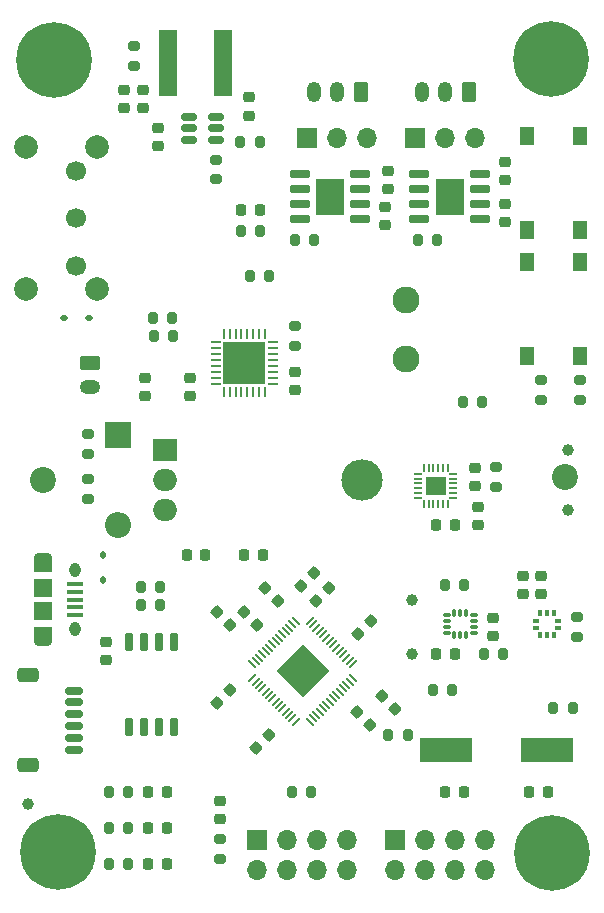
<source format=gbr>
%TF.GenerationSoftware,KiCad,Pcbnew,7.0.2-0*%
%TF.CreationDate,2023-07-08T17:29:12+12:00*%
%TF.ProjectId,RpiFly v3,52706946-6c79-4207-9633-2e6b69636164,rev?*%
%TF.SameCoordinates,PX753dac0PY7a91ee0*%
%TF.FileFunction,Soldermask,Top*%
%TF.FilePolarity,Negative*%
%FSLAX46Y46*%
G04 Gerber Fmt 4.6, Leading zero omitted, Abs format (unit mm)*
G04 Created by KiCad (PCBNEW 7.0.2-0) date 2023-07-08 17:29:12*
%MOMM*%
%LPD*%
G01*
G04 APERTURE LIST*
G04 Aperture macros list*
%AMRoundRect*
0 Rectangle with rounded corners*
0 $1 Rounding radius*
0 $2 $3 $4 $5 $6 $7 $8 $9 X,Y pos of 4 corners*
0 Add a 4 corners polygon primitive as box body*
4,1,4,$2,$3,$4,$5,$6,$7,$8,$9,$2,$3,0*
0 Add four circle primitives for the rounded corners*
1,1,$1+$1,$2,$3*
1,1,$1+$1,$4,$5*
1,1,$1+$1,$6,$7*
1,1,$1+$1,$8,$9*
0 Add four rect primitives between the rounded corners*
20,1,$1+$1,$2,$3,$4,$5,0*
20,1,$1+$1,$4,$5,$6,$7,0*
20,1,$1+$1,$6,$7,$8,$9,0*
20,1,$1+$1,$8,$9,$2,$3,0*%
%AMRotRect*
0 Rectangle, with rotation*
0 The origin of the aperture is its center*
0 $1 length*
0 $2 width*
0 $3 Rotation angle, in degrees counterclockwise*
0 Add horizontal line*
21,1,$1,$2,0,0,$3*%
%AMFreePoly0*
4,1,14,0.266715,0.088284,0.363284,-0.008285,0.375000,-0.036569,0.375000,-0.060000,0.363284,-0.088284,0.335000,-0.100000,-0.335000,-0.100000,-0.363284,-0.088284,-0.375000,-0.060000,-0.375000,0.060000,-0.363284,0.088284,-0.335000,0.100000,0.238431,0.100000,0.266715,0.088284,0.266715,0.088284,$1*%
%AMFreePoly1*
4,1,14,0.363284,0.088284,0.375000,0.060000,0.375000,0.036569,0.363284,0.008285,0.266715,-0.088284,0.238431,-0.100000,-0.335000,-0.100000,-0.363284,-0.088284,-0.375000,-0.060000,-0.375000,0.060000,-0.363284,0.088284,-0.335000,0.100000,0.335000,0.100000,0.363284,0.088284,0.363284,0.088284,$1*%
%AMFreePoly2*
4,1,14,0.088284,0.363284,0.100000,0.335000,0.100000,-0.335000,0.088284,-0.363284,0.060000,-0.375000,-0.060000,-0.375000,-0.088284,-0.363284,-0.100000,-0.335000,-0.100000,0.238431,-0.088284,0.266715,0.008285,0.363284,0.036569,0.375000,0.060000,0.375000,0.088284,0.363284,0.088284,0.363284,$1*%
%AMFreePoly3*
4,1,14,-0.008285,0.363284,0.088284,0.266715,0.100000,0.238431,0.100000,-0.335000,0.088284,-0.363284,0.060000,-0.375000,-0.060000,-0.375000,-0.088284,-0.363284,-0.100000,-0.335000,-0.100000,0.335000,-0.088284,0.363284,-0.060000,0.375000,-0.036569,0.375000,-0.008285,0.363284,-0.008285,0.363284,$1*%
%AMFreePoly4*
4,1,14,0.363284,0.088284,0.375000,0.060000,0.375000,-0.060000,0.363284,-0.088284,0.335000,-0.100000,-0.238431,-0.100000,-0.266715,-0.088284,-0.363284,0.008285,-0.375000,0.036569,-0.375000,0.060000,-0.363284,0.088284,-0.335000,0.100000,0.335000,0.100000,0.363284,0.088284,0.363284,0.088284,$1*%
%AMFreePoly5*
4,1,14,0.363284,0.088284,0.375000,0.060000,0.375000,-0.060000,0.363284,-0.088284,0.335000,-0.100000,-0.335000,-0.100000,-0.363284,-0.088284,-0.375000,-0.060000,-0.375000,-0.036569,-0.363284,-0.008285,-0.266715,0.088284,-0.238431,0.100000,0.335000,0.100000,0.363284,0.088284,0.363284,0.088284,$1*%
%AMFreePoly6*
4,1,14,0.088284,0.363284,0.100000,0.335000,0.100000,-0.238431,0.088284,-0.266715,-0.008285,-0.363284,-0.036569,-0.375000,-0.060000,-0.375000,-0.088284,-0.363284,-0.100000,-0.335000,-0.100000,0.335000,-0.088284,0.363284,-0.060000,0.375000,0.060000,0.375000,0.088284,0.363284,0.088284,0.363284,$1*%
%AMFreePoly7*
4,1,14,0.088284,0.363284,0.100000,0.335000,0.100000,-0.335000,0.088284,-0.363284,0.060000,-0.375000,0.036569,-0.375000,0.008285,-0.363284,-0.088284,-0.266715,-0.100000,-0.238431,-0.100000,0.335000,-0.088284,0.363284,-0.060000,0.375000,0.060000,0.375000,0.088284,0.363284,0.088284,0.363284,$1*%
G04 Aperture macros list end*
%ADD10R,2.400000X3.100000*%
%ADD11RoundRect,0.150000X0.737500X0.150000X-0.737500X0.150000X-0.737500X-0.150000X0.737500X-0.150000X0*%
%ADD12C,2.200000*%
%ADD13C,2.286000*%
%ADD14RoundRect,0.200000X0.200000X0.275000X-0.200000X0.275000X-0.200000X-0.275000X0.200000X-0.275000X0*%
%ADD15RoundRect,0.225000X-0.250000X0.225000X-0.250000X-0.225000X0.250000X-0.225000X0.250000X0.225000X0*%
%ADD16C,1.000000*%
%ADD17RoundRect,0.200000X-0.275000X0.200000X-0.275000X-0.200000X0.275000X-0.200000X0.275000X0.200000X0*%
%ADD18RoundRect,0.062500X0.062500X-0.375000X0.062500X0.375000X-0.062500X0.375000X-0.062500X-0.375000X0*%
%ADD19RoundRect,0.062500X0.375000X-0.062500X0.375000X0.062500X-0.375000X0.062500X-0.375000X-0.062500X0*%
%ADD20R,3.600000X3.600000*%
%ADD21RoundRect,0.200000X-0.200000X-0.275000X0.200000X-0.275000X0.200000X0.275000X-0.200000X0.275000X0*%
%ADD22C,0.800000*%
%ADD23C,6.400000*%
%ADD24RoundRect,0.150000X-0.512500X-0.150000X0.512500X-0.150000X0.512500X0.150000X-0.512500X0.150000X0*%
%ADD25RoundRect,0.225000X-0.335876X-0.017678X-0.017678X-0.335876X0.335876X0.017678X0.017678X0.335876X0*%
%ADD26R,1.700000X1.700000*%
%ADD27O,1.700000X1.700000*%
%ADD28RoundRect,0.250000X0.350000X0.625000X-0.350000X0.625000X-0.350000X-0.625000X0.350000X-0.625000X0*%
%ADD29O,1.200000X1.750000*%
%ADD30RoundRect,0.225000X0.250000X-0.225000X0.250000X0.225000X-0.250000X0.225000X-0.250000X-0.225000X0*%
%ADD31R,1.300000X1.550000*%
%ADD32RoundRect,0.218750X-0.218750X-0.256250X0.218750X-0.256250X0.218750X0.256250X-0.218750X0.256250X0*%
%ADD33O,1.750000X1.200000*%
%ADD34RoundRect,0.250000X-0.625000X0.350000X-0.625000X-0.350000X0.625000X-0.350000X0.625000X0.350000X0*%
%ADD35RoundRect,0.225000X-0.225000X-0.250000X0.225000X-0.250000X0.225000X0.250000X-0.225000X0.250000X0*%
%ADD36RoundRect,0.225000X0.335876X0.017678X0.017678X0.335876X-0.335876X-0.017678X-0.017678X-0.335876X0*%
%ADD37R,4.500000X2.000000*%
%ADD38C,2.000000*%
%ADD39C,1.700000*%
%ADD40RoundRect,0.112500X-0.112500X0.187500X-0.112500X-0.187500X0.112500X-0.187500X0.112500X0.187500X0*%
%ADD41RoundRect,0.225000X-0.017678X0.335876X-0.335876X0.017678X0.017678X-0.335876X0.335876X-0.017678X0*%
%ADD42RoundRect,0.225000X0.225000X0.250000X-0.225000X0.250000X-0.225000X-0.250000X0.225000X-0.250000X0*%
%ADD43RoundRect,0.100000X-0.175000X-0.100000X0.175000X-0.100000X0.175000X0.100000X-0.175000X0.100000X0*%
%ADD44RoundRect,0.100000X-0.100000X-0.175000X0.100000X-0.175000X0.100000X0.175000X-0.100000X0.175000X0*%
%ADD45R,1.350000X0.400000*%
%ADD46O,1.550000X0.890000*%
%ADD47R,1.550000X1.200000*%
%ADD48O,0.950000X1.250000*%
%ADD49R,1.550000X1.500000*%
%ADD50RoundRect,0.150000X0.150000X-0.650000X0.150000X0.650000X-0.150000X0.650000X-0.150000X-0.650000X0*%
%ADD51RoundRect,0.050000X-0.238649X-0.309359X0.309359X0.238649X0.238649X0.309359X-0.309359X-0.238649X0*%
%ADD52RoundRect,0.050000X0.238649X-0.309359X0.309359X-0.238649X-0.238649X0.309359X-0.309359X0.238649X0*%
%ADD53RotRect,3.200000X3.200000X45.000000*%
%ADD54O,3.500000X3.500000*%
%ADD55R,2.000000X1.905000*%
%ADD56O,2.000000X1.905000*%
%ADD57RoundRect,0.225000X0.017678X-0.335876X0.335876X-0.017678X-0.017678X0.335876X-0.335876X0.017678X0*%
%ADD58RoundRect,0.200000X0.275000X-0.200000X0.275000X0.200000X-0.275000X0.200000X-0.275000X-0.200000X0*%
%ADD59FreePoly0,0.000000*%
%ADD60RoundRect,0.050000X-0.325000X-0.050000X0.325000X-0.050000X0.325000X0.050000X-0.325000X0.050000X0*%
%ADD61FreePoly1,0.000000*%
%ADD62FreePoly2,0.000000*%
%ADD63RoundRect,0.050000X-0.050000X-0.325000X0.050000X-0.325000X0.050000X0.325000X-0.050000X0.325000X0*%
%ADD64FreePoly3,0.000000*%
%ADD65FreePoly4,0.000000*%
%ADD66FreePoly5,0.000000*%
%ADD67FreePoly6,0.000000*%
%ADD68FreePoly7,0.000000*%
%ADD69R,1.750000X1.600000*%
%ADD70RoundRect,0.150000X-0.625000X0.150000X-0.625000X-0.150000X0.625000X-0.150000X0.625000X0.150000X0*%
%ADD71RoundRect,0.250000X-0.650000X0.350000X-0.650000X-0.350000X0.650000X-0.350000X0.650000X0.350000X0*%
%ADD72RoundRect,0.112500X-0.187500X-0.112500X0.187500X-0.112500X0.187500X0.112500X-0.187500X0.112500X0*%
%ADD73RoundRect,0.087500X-0.225000X-0.087500X0.225000X-0.087500X0.225000X0.087500X-0.225000X0.087500X0*%
%ADD74RoundRect,0.087500X-0.087500X-0.225000X0.087500X-0.225000X0.087500X0.225000X-0.087500X0.225000X0*%
%ADD75R,2.200000X2.200000*%
%ADD76O,2.200000X2.200000*%
%ADD77R,1.600000X5.700000*%
G04 APERTURE END LIST*
D10*
%TO.C,U5*%
X27066000Y59563000D03*
D11*
X29628500Y57658000D03*
X29628500Y58928000D03*
X29628500Y60198000D03*
X29628500Y61468000D03*
X24503500Y61468000D03*
X24503500Y60198000D03*
X24503500Y58928000D03*
X24503500Y57658000D03*
%TD*%
D10*
%TO.C,U6*%
X37196000Y59563000D03*
D11*
X39758500Y57658000D03*
X39758500Y58928000D03*
X39758500Y60198000D03*
X39758500Y61468000D03*
X34633500Y61468000D03*
X34633500Y60198000D03*
X34633500Y58928000D03*
X34633500Y57658000D03*
%TD*%
D12*
%TO.C,H6*%
X2794000Y35560000D03*
%TD*%
%TO.C,H5*%
X46990000Y35814000D03*
%TD*%
D13*
%TO.C,BZ1*%
X33528000Y50800000D03*
X33528000Y45800000D03*
%TD*%
D14*
%TO.C,R6*%
X37401000Y17780000D03*
X35751000Y17780000D03*
%TD*%
D15*
%TO.C,C26*%
X15240000Y44209000D03*
X15240000Y42659000D03*
%TD*%
D16*
%TO.C,TP3*%
X47244000Y33020000D03*
%TD*%
D17*
%TO.C,R19*%
X6604000Y39433000D03*
X6604000Y37783000D03*
%TD*%
D18*
%TO.C,U7*%
X18062000Y43028500D03*
X18562000Y43028500D03*
X19062000Y43028500D03*
X19562000Y43028500D03*
X20062000Y43028500D03*
X20562000Y43028500D03*
X21062000Y43028500D03*
X21562000Y43028500D03*
D19*
X22249500Y43716000D03*
X22249500Y44216000D03*
X22249500Y44716000D03*
X22249500Y45216000D03*
X22249500Y45716000D03*
X22249500Y46216000D03*
X22249500Y46716000D03*
X22249500Y47216000D03*
D18*
X21562000Y47903500D03*
X21062000Y47903500D03*
X20562000Y47903500D03*
X20062000Y47903500D03*
X19562000Y47903500D03*
X19062000Y47903500D03*
X18562000Y47903500D03*
X18062000Y47903500D03*
D19*
X17374500Y47216000D03*
X17374500Y46716000D03*
X17374500Y46216000D03*
X17374500Y45716000D03*
X17374500Y45216000D03*
X17374500Y44716000D03*
X17374500Y44216000D03*
X17374500Y43716000D03*
D20*
X19812000Y45466000D03*
%TD*%
D21*
%TO.C,R4*%
X11036800Y26517600D03*
X12686800Y26517600D03*
%TD*%
D22*
%TO.C,H2*%
X43400944Y71200944D03*
X44103888Y72898000D03*
X44103888Y69503888D03*
X45800944Y73600944D03*
D23*
X45800944Y71200944D03*
D22*
X45800944Y68800944D03*
X47498000Y72898000D03*
X47498000Y69503888D03*
X48200944Y71200944D03*
%TD*%
D24*
%TO.C,U3*%
X15131700Y66294000D03*
X15131700Y65344000D03*
X15131700Y64394000D03*
X17406700Y64394000D03*
X17406700Y65344000D03*
X17406700Y66294000D03*
%TD*%
D25*
%TO.C,C3*%
X30469208Y14844392D03*
X29373192Y15940408D03*
%TD*%
D26*
%TO.C,J4*%
X25146000Y64516000D03*
D27*
X27686000Y64516000D03*
X30226000Y64516000D03*
%TD*%
D28*
%TO.C,J6*%
X29686000Y68416000D03*
D29*
X27686000Y68416000D03*
X25686000Y68416000D03*
%TD*%
D16*
%TO.C,TP2*%
X34036000Y25400000D03*
%TD*%
D30*
%TO.C,C14*%
X20167600Y66408000D03*
X20167600Y67958000D03*
%TD*%
D17*
%TO.C,R27*%
X24130000Y48577000D03*
X24130000Y46927000D03*
%TD*%
D31*
%TO.C,S2*%
X43724000Y46063000D03*
X43724000Y54013000D03*
X48224000Y46063000D03*
X48224000Y54013000D03*
%TD*%
D15*
%TO.C,C29*%
X43434000Y27445000D03*
X43434000Y25895000D03*
%TD*%
D28*
%TO.C,J5*%
X38830000Y68416000D03*
D29*
X36830000Y68416000D03*
X34830000Y68416000D03*
%TD*%
D32*
%TO.C,D2*%
X11658500Y9144000D03*
X13233500Y9144000D03*
%TD*%
D33*
%TO.C,J2*%
X6768000Y43450000D03*
D34*
X6768000Y45450000D03*
%TD*%
D35*
%TO.C,C30*%
X36055000Y20828000D03*
X37605000Y20828000D03*
%TD*%
D21*
%TO.C,R22*%
X20257000Y52832000D03*
X21907000Y52832000D03*
%TD*%
D35*
%TO.C,C18*%
X19799000Y29210000D03*
X21349000Y29210000D03*
%TD*%
D14*
%TO.C,R10*%
X9969000Y6096000D03*
X8319000Y6096000D03*
%TD*%
D36*
%TO.C,C6*%
X20868008Y23327992D03*
X19771992Y24424008D03*
%TD*%
D26*
%TO.C,J3*%
X34290000Y64516000D03*
D27*
X36830000Y64516000D03*
X39370000Y64516000D03*
%TD*%
D21*
%TO.C,R17*%
X19495000Y56642000D03*
X21145000Y56642000D03*
%TD*%
D37*
%TO.C,Y1*%
X45398000Y12700000D03*
X36898000Y12700000D03*
%TD*%
D38*
%TO.C,S1*%
X7338000Y63722000D03*
X1338000Y63722000D03*
X7338000Y51722000D03*
X1338000Y51722000D03*
D39*
X5588000Y61722000D03*
X5588000Y57722000D03*
X5588000Y53722000D03*
%TD*%
D40*
%TO.C,D5*%
X7874000Y29244000D03*
X7874000Y27144000D03*
%TD*%
D15*
%TO.C,C16*%
X11201400Y68618400D03*
X11201400Y67068400D03*
%TD*%
%TO.C,C28*%
X24130000Y44717000D03*
X24130000Y43167000D03*
%TD*%
D41*
%TO.C,C5*%
X18582008Y17820008D03*
X17485992Y16723992D03*
%TD*%
D14*
%TO.C,R23*%
X36131000Y55880000D03*
X34481000Y55880000D03*
%TD*%
D35*
%TO.C,C33*%
X36055000Y31750000D03*
X37605000Y31750000D03*
%TD*%
D42*
%TO.C,C11*%
X38367000Y9144000D03*
X36817000Y9144000D03*
%TD*%
D36*
%TO.C,C9*%
X18582008Y23327992D03*
X17485992Y24424008D03*
%TD*%
D14*
%TO.C,R21*%
X25717000Y55880000D03*
X24067000Y55880000D03*
%TD*%
D43*
%TO.C,U8*%
X44541000Y23668000D03*
X44541000Y23068000D03*
D44*
X44866000Y22443000D03*
X45466000Y22443000D03*
X46066000Y22443000D03*
D43*
X46391000Y23068000D03*
X46391000Y23668000D03*
D44*
X46066000Y24293000D03*
X45466000Y24293000D03*
X44866000Y24293000D03*
%TD*%
D14*
%TO.C,R13*%
X47624000Y16256000D03*
X45974000Y16256000D03*
%TD*%
%TO.C,R12*%
X13779000Y47752000D03*
X12129000Y47752000D03*
%TD*%
D45*
%TO.C,J1*%
X5464000Y26740000D03*
X5464000Y26090000D03*
X5464000Y25440000D03*
X5464000Y24790000D03*
X5464000Y24140000D03*
D46*
X2764000Y28940000D03*
D47*
X2764000Y28340000D03*
D48*
X5464000Y27940000D03*
D49*
X2764000Y26440000D03*
X2764000Y24440000D03*
D48*
X5464000Y22940000D03*
D47*
X2764000Y22540000D03*
D46*
X2764000Y21940000D03*
%TD*%
D14*
%TO.C,R15*%
X21094200Y64185800D03*
X19444200Y64185800D03*
%TD*%
D35*
%TO.C,C19*%
X14960000Y29210000D03*
X16510000Y29210000D03*
%TD*%
D25*
%TO.C,C2*%
X31455992Y17312008D03*
X32552008Y16215992D03*
%TD*%
D50*
%TO.C,U2*%
X10033000Y14688000D03*
X11303000Y14688000D03*
X12573000Y14688000D03*
X13843000Y14688000D03*
X13843000Y21888000D03*
X12573000Y21888000D03*
X11303000Y21888000D03*
X10033000Y21888000D03*
%TD*%
D51*
%TO.C,U1*%
X20477513Y18770969D03*
X20760356Y18488126D03*
X21043198Y18205284D03*
X21326041Y17922441D03*
X21608884Y17639598D03*
X21891726Y17356756D03*
X22174569Y17073913D03*
X22457412Y16791070D03*
X22740255Y16508227D03*
X23023097Y16225385D03*
X23305940Y15942542D03*
X23588783Y15659699D03*
X23871625Y15376857D03*
X24154468Y15094014D03*
D52*
X25338872Y15094014D03*
X25621715Y15376857D03*
X25904557Y15659699D03*
X26187400Y15942542D03*
X26470243Y16225385D03*
X26753085Y16508227D03*
X27035928Y16791070D03*
X27318771Y17073913D03*
X27601614Y17356756D03*
X27884456Y17639598D03*
X28167299Y17922441D03*
X28450142Y18205284D03*
X28732984Y18488126D03*
X29015827Y18770969D03*
D51*
X29015827Y19955373D03*
X28732984Y20238216D03*
X28450142Y20521058D03*
X28167299Y20803901D03*
X27884456Y21086744D03*
X27601614Y21369586D03*
X27318771Y21652429D03*
X27035928Y21935272D03*
X26753085Y22218115D03*
X26470243Y22500957D03*
X26187400Y22783800D03*
X25904557Y23066643D03*
X25621715Y23349485D03*
X25338872Y23632328D03*
D52*
X24154468Y23632328D03*
X23871625Y23349485D03*
X23588783Y23066643D03*
X23305940Y22783800D03*
X23023097Y22500957D03*
X22740255Y22218115D03*
X22457412Y21935272D03*
X22174569Y21652429D03*
X21891726Y21369586D03*
X21608884Y21086744D03*
X21326041Y20803901D03*
X21043198Y20521058D03*
X20760356Y20238216D03*
X20477513Y19955373D03*
D53*
X24746670Y19363171D03*
%TD*%
D14*
%TO.C,R18*%
X25463000Y9144000D03*
X23813000Y9144000D03*
%TD*%
D54*
%TO.C,U4*%
X29782000Y35560000D03*
D55*
X13122000Y38100000D03*
D56*
X13122000Y35560000D03*
X13122000Y33020000D03*
%TD*%
D57*
%TO.C,C10*%
X24597992Y26629992D03*
X25694008Y27726008D03*
%TD*%
D14*
%TO.C,R1*%
X33641800Y13970000D03*
X31991800Y13970000D03*
%TD*%
%TO.C,R11*%
X9969000Y3048000D03*
X8319000Y3048000D03*
%TD*%
D15*
%TO.C,C17*%
X9652000Y68618400D03*
X9652000Y67068400D03*
%TD*%
D58*
%TO.C,R14*%
X10439400Y70625200D03*
X10439400Y72275200D03*
%TD*%
D14*
%TO.C,R9*%
X9969000Y9144000D03*
X8319000Y9144000D03*
%TD*%
D30*
%TO.C,C21*%
X31750000Y57137000D03*
X31750000Y58687000D03*
%TD*%
D22*
%TO.C,H4*%
X43434000Y3950000D03*
X44136944Y5647056D03*
X44136944Y2252944D03*
X45834000Y6350000D03*
D23*
X45834000Y3950000D03*
D22*
X45834000Y1550000D03*
X47531056Y5647056D03*
X47531056Y2252944D03*
X48234000Y3950000D03*
%TD*%
D59*
%TO.C,U10*%
X34514000Y36076000D03*
D60*
X34514000Y35676000D03*
X34514000Y35276000D03*
X34514000Y34876000D03*
X34514000Y34476000D03*
D61*
X34514000Y34076000D03*
D62*
X35014000Y33576000D03*
D63*
X35414000Y33576000D03*
X35814000Y33576000D03*
X36214000Y33576000D03*
X36614000Y33576000D03*
D64*
X37014000Y33576000D03*
D65*
X37514000Y34076000D03*
D60*
X37514000Y34476000D03*
X37514000Y34876000D03*
X37514000Y35276000D03*
X37514000Y35676000D03*
D66*
X37514000Y36076000D03*
D67*
X37014000Y36576000D03*
D63*
X36614000Y36576000D03*
X36214000Y36576000D03*
X35814000Y36576000D03*
X35414000Y36576000D03*
D68*
X35014000Y36576000D03*
D69*
X36014000Y35076000D03*
%TD*%
D70*
%TO.C,J9*%
X5399000Y17740000D03*
X5399000Y16740000D03*
X5399000Y15740000D03*
X5399000Y14740000D03*
X5399000Y13740000D03*
X5399000Y12740000D03*
D71*
X1524000Y19040000D03*
X1524000Y11440000D03*
%TD*%
D30*
%TO.C,C32*%
X39624000Y31737000D03*
X39624000Y33287000D03*
%TD*%
D14*
%TO.C,R24*%
X39941000Y42164000D03*
X38291000Y42164000D03*
%TD*%
D26*
%TO.C,J7*%
X20838000Y5100000D03*
D27*
X20838000Y2560000D03*
X23378000Y5100000D03*
X23378000Y2560000D03*
X25918000Y5100000D03*
X25918000Y2560000D03*
X28458000Y5100000D03*
X28458000Y2560000D03*
%TD*%
D16*
%TO.C,TP5*%
X1524000Y8128000D03*
%TD*%
D42*
%TO.C,C12*%
X45479000Y9144000D03*
X43929000Y9144000D03*
%TD*%
D72*
%TO.C,D6*%
X4538000Y49276000D03*
X6638000Y49276000D03*
%TD*%
D30*
%TO.C,C34*%
X17780000Y6845000D03*
X17780000Y8395000D03*
%TD*%
D22*
%TO.C,H1*%
X6096000Y71120000D03*
X5393056Y72817056D03*
X5393056Y69422944D03*
X3696000Y73520000D03*
D23*
X3696000Y71120000D03*
D22*
X3696000Y68720000D03*
X1998944Y72817056D03*
X1998944Y69422944D03*
X1296000Y71120000D03*
%TD*%
D58*
%TO.C,R2*%
X44958000Y42355000D03*
X44958000Y44005000D03*
%TD*%
D30*
%TO.C,C20*%
X11430000Y42659000D03*
X11430000Y44209000D03*
%TD*%
D15*
%TO.C,C15*%
X12522200Y65392600D03*
X12522200Y63842600D03*
%TD*%
%TO.C,C23*%
X32004000Y61735000D03*
X32004000Y60185000D03*
%TD*%
D36*
%TO.C,C1*%
X22646008Y25359992D03*
X21549992Y26456008D03*
%TD*%
D15*
%TO.C,C25*%
X44958000Y27445000D03*
X44958000Y25895000D03*
%TD*%
D32*
%TO.C,D4*%
X11658500Y3048000D03*
X13233500Y3048000D03*
%TD*%
D30*
%TO.C,C22*%
X41910000Y57378000D03*
X41910000Y58928000D03*
%TD*%
D58*
%TO.C,R25*%
X48006000Y22289000D03*
X48006000Y23939000D03*
%TD*%
D73*
%TO.C,U9*%
X36937500Y24118000D03*
X36937500Y23618000D03*
X36937500Y23118000D03*
X36937500Y22618000D03*
D74*
X37600000Y22455500D03*
X38100000Y22455500D03*
X38600000Y22455500D03*
D73*
X39262500Y22618000D03*
X39262500Y23118000D03*
X39262500Y23618000D03*
X39262500Y24118000D03*
D74*
X38600000Y24280500D03*
X38100000Y24280500D03*
X37600000Y24280500D03*
%TD*%
D17*
%TO.C,R20*%
X6604000Y35623000D03*
X6604000Y33973000D03*
%TD*%
D21*
%TO.C,R8*%
X12066000Y49276000D03*
X13716000Y49276000D03*
%TD*%
D17*
%TO.C,R28*%
X41148000Y36639000D03*
X41148000Y34989000D03*
%TD*%
D31*
%TO.C,S3*%
X43724000Y56731000D03*
X43724000Y64681000D03*
X48224000Y56731000D03*
X48224000Y64681000D03*
%TD*%
D32*
%TO.C,D1*%
X19532500Y58420000D03*
X21107500Y58420000D03*
%TD*%
D17*
%TO.C,R16*%
X17399000Y62674000D03*
X17399000Y61024000D03*
%TD*%
D21*
%TO.C,R3*%
X11036800Y24993600D03*
X12686800Y24993600D03*
%TD*%
%TO.C,R7*%
X36767000Y26670000D03*
X38417000Y26670000D03*
%TD*%
D57*
%TO.C,C7*%
X29423992Y22565992D03*
X30520008Y23662008D03*
%TD*%
D17*
%TO.C,R5*%
X48260000Y44005000D03*
X48260000Y42355000D03*
%TD*%
D75*
%TO.C,D7*%
X9144000Y39370000D03*
D76*
X9144000Y31750000D03*
%TD*%
D58*
%TO.C,R29*%
X17780000Y3493000D03*
X17780000Y5143000D03*
%TD*%
D15*
%TO.C,C24*%
X41910000Y62497000D03*
X41910000Y60947000D03*
%TD*%
D16*
%TO.C,TP4*%
X47244000Y38100000D03*
%TD*%
D14*
%TO.C,R26*%
X41719000Y20828000D03*
X40069000Y20828000D03*
%TD*%
D22*
%TO.C,H3*%
X1664000Y4064000D03*
X2366944Y5761056D03*
X2366944Y2366944D03*
X4064000Y6464000D03*
D23*
X4064000Y4064000D03*
D22*
X4064000Y1664000D03*
X5761056Y5761056D03*
X5761056Y2366944D03*
X6464000Y4064000D03*
%TD*%
D15*
%TO.C,C31*%
X39370000Y36589000D03*
X39370000Y35039000D03*
%TD*%
D57*
%TO.C,C8*%
X25867992Y25359992D03*
X26964008Y26456008D03*
%TD*%
D41*
%TO.C,C4*%
X21884008Y14010008D03*
X20787992Y12913992D03*
%TD*%
D32*
%TO.C,D3*%
X11658500Y6096000D03*
X13233500Y6096000D03*
%TD*%
D15*
%TO.C,C27*%
X40894000Y23889000D03*
X40894000Y22339000D03*
%TD*%
D77*
%TO.C,L1*%
X18021800Y70891400D03*
X13321800Y70891400D03*
%TD*%
D16*
%TO.C,TP1*%
X34036000Y20828000D03*
%TD*%
D15*
%TO.C,C13*%
X8128000Y21857000D03*
X8128000Y20307000D03*
%TD*%
D26*
%TO.C,J8*%
X32522000Y5080000D03*
D27*
X32522000Y2540000D03*
X35062000Y5080000D03*
X35062000Y2540000D03*
X37602000Y5080000D03*
X37602000Y2540000D03*
X40142000Y5080000D03*
X40142000Y2540000D03*
%TD*%
M02*

</source>
